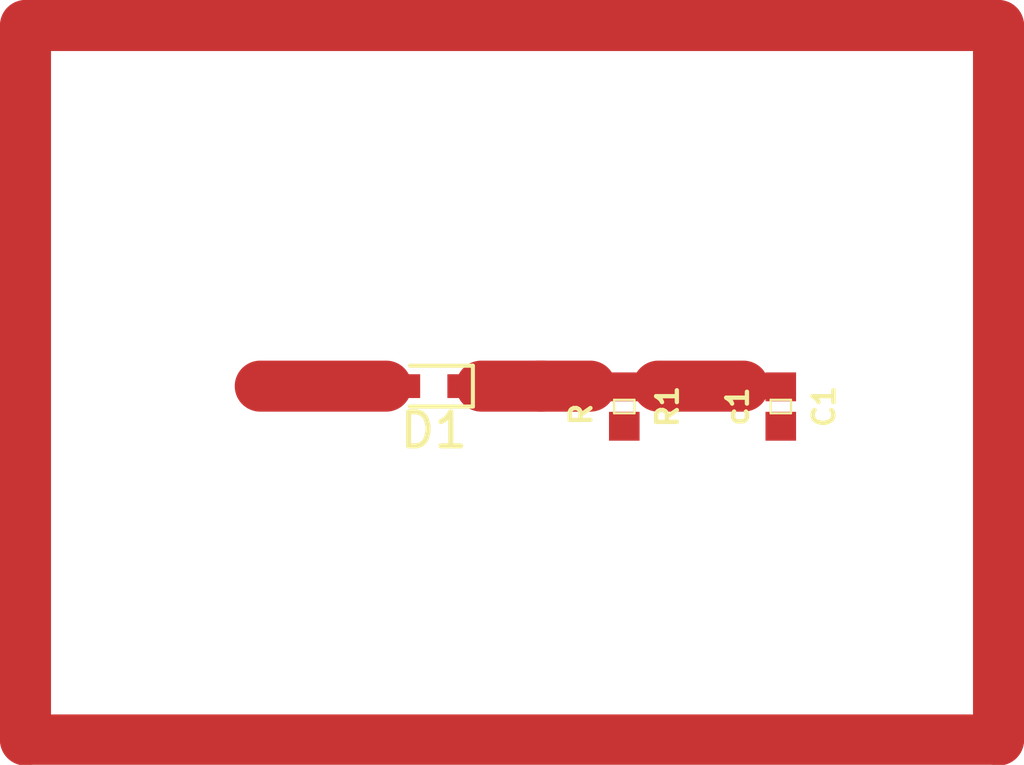
<source format=kicad_pcb>
(kicad_pcb (version 20171130) (host pcbnew 5.1.5+dfsg1-2~bpo9+1)

  (general
    (thickness 1.6)
    (drawings 0)
    (tracks 8)
    (zones 0)
    (modules 3)
    (nets 4)
  )

  (page A4)
  (layers
    (0 F.Cu signal)
    (31 B.Cu signal)
    (32 B.Adhes user)
    (33 F.Adhes user)
    (34 B.Paste user)
    (35 F.Paste user)
    (36 B.SilkS user)
    (37 F.SilkS user)
    (38 B.Mask user)
    (39 F.Mask user)
    (40 Dwgs.User user)
    (41 Cmts.User user)
    (42 Eco1.User user)
    (43 Eco2.User user)
    (44 Edge.Cuts user)
    (45 Margin user)
    (46 B.CrtYd user)
    (47 F.CrtYd user)
    (48 B.Fab user)
    (49 F.Fab user)
  )

  (setup
    (last_trace_width 1.5)
    (trace_clearance 0.2)
    (zone_clearance 0.508)
    (zone_45_only no)
    (trace_min 0.2)
    (via_size 0.8)
    (via_drill 0.4)
    (via_min_size 0.4)
    (via_min_drill 0.3)
    (uvia_size 0.3)
    (uvia_drill 0.1)
    (uvias_allowed no)
    (uvia_min_size 0.2)
    (uvia_min_drill 0.1)
    (edge_width 0.05)
    (segment_width 0.2)
    (pcb_text_width 0.3)
    (pcb_text_size 1.5 1.5)
    (mod_edge_width 0.12)
    (mod_text_size 1 1)
    (mod_text_width 0.15)
    (pad_size 1.524 1.524)
    (pad_drill 0.762)
    (pad_to_mask_clearance 0.051)
    (solder_mask_min_width 0.25)
    (aux_axis_origin 49.8 55.2)
    (grid_origin 49.8 55.2)
    (visible_elements FFFFFF7F)
    (pcbplotparams
      (layerselection 0x010fc_ffffffff)
      (usegerberextensions false)
      (usegerberattributes false)
      (usegerberadvancedattributes false)
      (creategerberjobfile false)
      (excludeedgelayer true)
      (linewidth 0.010000)
      (plotframeref false)
      (viasonmask false)
      (mode 1)
      (useauxorigin false)
      (hpglpennumber 1)
      (hpglpenspeed 20)
      (hpglpendiameter 15.000000)
      (psnegative false)
      (psa4output false)
      (plotreference true)
      (plotvalue true)
      (plotinvisibletext false)
      (padsonsilk false)
      (subtractmaskfromsilk false)
      (outputformat 1)
      (mirror false)
      (drillshape 1)
      (scaleselection 1)
      (outputdirectory ""))
  )

  (net 0 "")
  (net 1 GND)
  (net 2 "Net-(C1-Pad1)")
  (net 3 "Net-(D1-Pad1)")

  (net_class Default "This is the default net class."
    (clearance 0.2)
    (trace_width 1.5)
    (via_dia 0.8)
    (via_drill 0.4)
    (uvia_dia 0.3)
    (uvia_drill 0.1)
    (add_net GND)
    (add_net "Net-(C1-Pad1)")
    (add_net "Net-(D1-Pad1)")
  )

  (module Capacitors:0402 (layer F.Cu) (tedit 200000) (tstamp 5ED415C7)
    (at 68.2 67.2 270)
    (descr "GENERIC 1005 (0402) PACKAGE")
    (tags "GENERIC 1005 (0402) PACKAGE")
    (path /5ED4190A)
    (attr smd)
    (fp_text reference R1 (at 0 -1.27 90) (layer F.SilkS)
      (effects (font (size 0.6096 0.6096) (thickness 0.127)))
    )
    (fp_text value "R " (at 0 1.27 90) (layer F.SilkS)
      (effects (font (size 0.6096 0.6096) (thickness 0.127)))
    )
    (fp_line (start -1.19888 0.6477) (end -1.19888 -0.6477) (layer F.CrtYd) (width 0.0508))
    (fp_line (start 1.19888 0.6477) (end -1.19888 0.6477) (layer F.CrtYd) (width 0.0508))
    (fp_line (start 1.19888 -0.6477) (end 1.19888 0.6477) (layer F.CrtYd) (width 0.0508))
    (fp_line (start -1.19888 -0.6477) (end 1.19888 -0.6477) (layer F.CrtYd) (width 0.0508))
    (fp_line (start 0.26924 0.2286) (end -0.26924 0.2286) (layer Dwgs.User) (width 0.1524))
    (fp_line (start -0.26924 -0.2286) (end 0.26924 -0.2286) (layer Dwgs.User) (width 0.1524))
    (fp_line (start -0.19812 0.29972) (end -0.19812 -0.29972) (layer F.SilkS) (width 0.06604))
    (fp_line (start -0.19812 -0.29972) (end 0.19812 -0.29972) (layer F.SilkS) (width 0.06604))
    (fp_line (start 0.19812 0.29972) (end 0.19812 -0.29972) (layer F.SilkS) (width 0.06604))
    (fp_line (start -0.19812 0.29972) (end 0.19812 0.29972) (layer F.SilkS) (width 0.06604))
    (fp_line (start 0.25654 0.3048) (end 0.25654 -0.3048) (layer Dwgs.User) (width 0.06604))
    (fp_line (start 0.25654 -0.3048) (end 0.5588 -0.3048) (layer Dwgs.User) (width 0.06604))
    (fp_line (start 0.5588 0.3048) (end 0.5588 -0.3048) (layer Dwgs.User) (width 0.06604))
    (fp_line (start 0.25654 0.3048) (end 0.5588 0.3048) (layer Dwgs.User) (width 0.06604))
    (fp_line (start -0.55372 0.3048) (end -0.55372 -0.3048) (layer Dwgs.User) (width 0.06604))
    (fp_line (start -0.55372 -0.3048) (end -0.254 -0.3048) (layer Dwgs.User) (width 0.06604))
    (fp_line (start -0.254 0.3048) (end -0.254 -0.3048) (layer Dwgs.User) (width 0.06604))
    (fp_line (start -0.55372 0.3048) (end -0.254 0.3048) (layer Dwgs.User) (width 0.06604))
    (pad 2 smd rect (at 0.57912 0 270) (size 0.84836 0.89916) (layers F.Cu F.Paste F.Mask)
      (net 1 GND) (solder_mask_margin 0.1016))
    (pad 1 smd rect (at -0.57912 0 270) (size 0.84836 0.89916) (layers F.Cu F.Paste F.Mask)
      (net 2 "Net-(C1-Pad1)") (solder_mask_margin 0.1016))
  )

  (module Diode_SMD:D_SOD-523 (layer F.Cu) (tedit 586419F0) (tstamp 5ED415AF)
    (at 62.6 66.6 180)
    (descr "http://www.diodes.com/datasheets/ap02001.pdf p.144")
    (tags "Diode SOD523")
    (path /5ED46B62)
    (attr smd)
    (fp_text reference D1 (at 0 -1.3) (layer F.SilkS)
      (effects (font (size 1 1) (thickness 0.15)))
    )
    (fp_text value SCHOTTKY (at 0 1.4) (layer F.Fab)
      (effects (font (size 1 1) (thickness 0.15)))
    )
    (fp_line (start 0.7 0.6) (end -1.15 0.6) (layer F.SilkS) (width 0.12))
    (fp_line (start 0.7 -0.6) (end -1.15 -0.6) (layer F.SilkS) (width 0.12))
    (fp_line (start 0.65 0.45) (end -0.65 0.45) (layer F.Fab) (width 0.1))
    (fp_line (start -0.65 0.45) (end -0.65 -0.45) (layer F.Fab) (width 0.1))
    (fp_line (start -0.65 -0.45) (end 0.65 -0.45) (layer F.Fab) (width 0.1))
    (fp_line (start 0.65 -0.45) (end 0.65 0.45) (layer F.Fab) (width 0.1))
    (fp_line (start -0.2 0.2) (end -0.2 -0.2) (layer F.Fab) (width 0.1))
    (fp_line (start -0.2 0) (end -0.35 0) (layer F.Fab) (width 0.1))
    (fp_line (start -0.2 0) (end 0.1 0.2) (layer F.Fab) (width 0.1))
    (fp_line (start 0.1 0.2) (end 0.1 -0.2) (layer F.Fab) (width 0.1))
    (fp_line (start 0.1 -0.2) (end -0.2 0) (layer F.Fab) (width 0.1))
    (fp_line (start 0.1 0) (end 0.25 0) (layer F.Fab) (width 0.1))
    (fp_line (start 1.25 0.7) (end -1.25 0.7) (layer F.CrtYd) (width 0.05))
    (fp_line (start -1.25 0.7) (end -1.25 -0.7) (layer F.CrtYd) (width 0.05))
    (fp_line (start -1.25 -0.7) (end 1.25 -0.7) (layer F.CrtYd) (width 0.05))
    (fp_line (start 1.25 -0.7) (end 1.25 0.7) (layer F.CrtYd) (width 0.05))
    (fp_line (start -1.15 -0.6) (end -1.15 0.6) (layer F.SilkS) (width 0.12))
    (fp_text user %R (at 0 -1.3) (layer F.Fab)
      (effects (font (size 1 1) (thickness 0.15)))
    )
    (pad 1 smd rect (at -0.7 0) (size 0.6 0.7) (layers F.Cu F.Paste F.Mask)
      (net 3 "Net-(D1-Pad1)"))
    (pad 2 smd rect (at 0.7 0) (size 0.6 0.7) (layers F.Cu F.Paste F.Mask)
      (net 2 "Net-(C1-Pad1)"))
    (model ${KISYS3DMOD}/Diode_SMD.3dshapes/D_SOD-523.wrl
      (at (xyz 0 0 0))
      (scale (xyz 1 1 1))
      (rotate (xyz 0 0 0))
    )
  )

  (module Capacitors:0402 (layer F.Cu) (tedit 200000) (tstamp 5ED41597)
    (at 72.8 67.2 270)
    (descr "GENERIC 1005 (0402) PACKAGE")
    (tags "GENERIC 1005 (0402) PACKAGE")
    (path /5ED41179)
    (attr smd)
    (fp_text reference C1 (at 0 -1.27 90) (layer F.SilkS)
      (effects (font (size 0.6096 0.6096) (thickness 0.127)))
    )
    (fp_text value c1 (at 0 1.27 90) (layer F.SilkS)
      (effects (font (size 0.6096 0.6096) (thickness 0.127)))
    )
    (fp_line (start -1.19888 0.6477) (end -1.19888 -0.6477) (layer F.CrtYd) (width 0.0508))
    (fp_line (start 1.19888 0.6477) (end -1.19888 0.6477) (layer F.CrtYd) (width 0.0508))
    (fp_line (start 1.19888 -0.6477) (end 1.19888 0.6477) (layer F.CrtYd) (width 0.0508))
    (fp_line (start -1.19888 -0.6477) (end 1.19888 -0.6477) (layer F.CrtYd) (width 0.0508))
    (fp_line (start 0.26924 0.2286) (end -0.26924 0.2286) (layer Dwgs.User) (width 0.1524))
    (fp_line (start -0.26924 -0.2286) (end 0.26924 -0.2286) (layer Dwgs.User) (width 0.1524))
    (fp_line (start -0.19812 0.29972) (end -0.19812 -0.29972) (layer F.SilkS) (width 0.06604))
    (fp_line (start -0.19812 -0.29972) (end 0.19812 -0.29972) (layer F.SilkS) (width 0.06604))
    (fp_line (start 0.19812 0.29972) (end 0.19812 -0.29972) (layer F.SilkS) (width 0.06604))
    (fp_line (start -0.19812 0.29972) (end 0.19812 0.29972) (layer F.SilkS) (width 0.06604))
    (fp_line (start 0.25654 0.3048) (end 0.25654 -0.3048) (layer Dwgs.User) (width 0.06604))
    (fp_line (start 0.25654 -0.3048) (end 0.5588 -0.3048) (layer Dwgs.User) (width 0.06604))
    (fp_line (start 0.5588 0.3048) (end 0.5588 -0.3048) (layer Dwgs.User) (width 0.06604))
    (fp_line (start 0.25654 0.3048) (end 0.5588 0.3048) (layer Dwgs.User) (width 0.06604))
    (fp_line (start -0.55372 0.3048) (end -0.55372 -0.3048) (layer Dwgs.User) (width 0.06604))
    (fp_line (start -0.55372 -0.3048) (end -0.254 -0.3048) (layer Dwgs.User) (width 0.06604))
    (fp_line (start -0.254 0.3048) (end -0.254 -0.3048) (layer Dwgs.User) (width 0.06604))
    (fp_line (start -0.55372 0.3048) (end -0.254 0.3048) (layer Dwgs.User) (width 0.06604))
    (pad 2 smd rect (at 0.57912 0 270) (size 0.84836 0.89916) (layers F.Cu F.Paste F.Mask)
      (net 1 GND) (solder_mask_margin 0.1016))
    (pad 1 smd rect (at -0.57912 0 270) (size 0.84836 0.89916) (layers F.Cu F.Paste F.Mask)
      (net 2 "Net-(C1-Pad1)") (solder_mask_margin 0.1016))
  )

  (segment (start 79.2 77) (end 50.6 77) (width 1.5) (layer F.Cu) (net 0))
  (segment (start 50.6 77) (end 50.6 56) (width 1.5) (layer F.Cu) (net 0))
  (segment (start 50.6 56) (end 79.2 56) (width 1.5) (layer F.Cu) (net 0))
  (segment (start 79.2 56) (end 79.2 77) (width 1.5) (layer F.Cu) (net 0))
  (segment (start 57.499581 66.6) (end 61.2 66.6) (width 1.5) (layer F.Cu) (net 2) (tstamp 5ED41AE3))
  (segment (start 69.2 66.6) (end 71.700419 66.6) (width 1.5) (layer F.Cu) (net 2) (tstamp 5ED41AE3))
  (segment (start 64 66.6) (end 65.8 66.6) (width 1.5) (layer F.Cu) (net 3))
  (segment (start 65.7 66.6) (end 67.2 66.6) (width 1.5) (layer F.Cu) (net 3))

)

</source>
